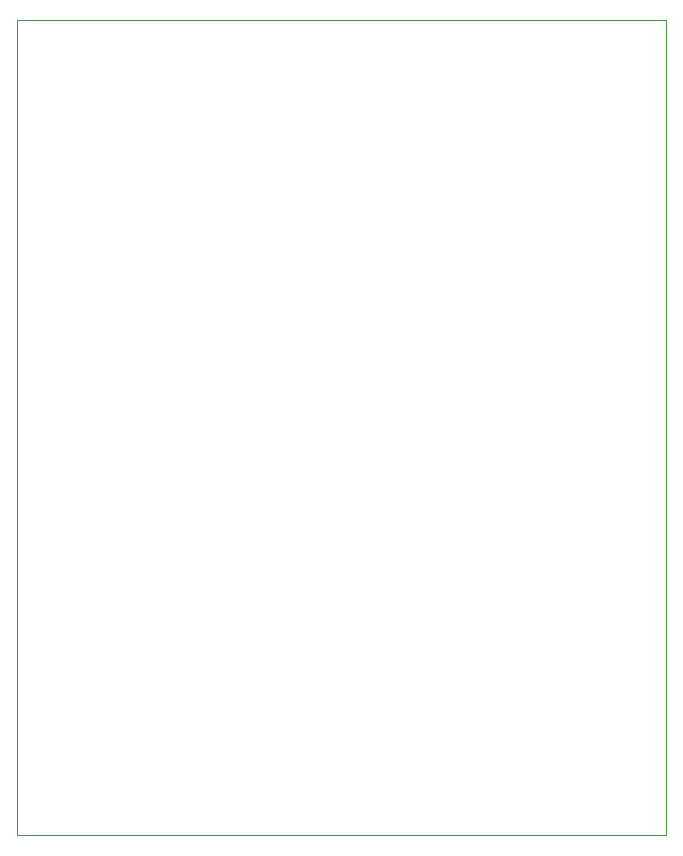
<source format=gtp>
G04 #@! TF.GenerationSoftware,KiCad,Pcbnew,(5.1.9)-1*
G04 #@! TF.CreationDate,2021-08-12T11:56:45-03:00*
G04 #@! TF.ProjectId,Alarma,416c6172-6d61-42e6-9b69-6361645f7063,rev?*
G04 #@! TF.SameCoordinates,Original*
G04 #@! TF.FileFunction,Paste,Top*
G04 #@! TF.FilePolarity,Positive*
%FSLAX46Y46*%
G04 Gerber Fmt 4.6, Leading zero omitted, Abs format (unit mm)*
G04 Created by KiCad (PCBNEW (5.1.9)-1) date 2021-08-12 11:56:45*
%MOMM*%
%LPD*%
G01*
G04 APERTURE LIST*
G04 #@! TA.AperFunction,Profile*
%ADD10C,0.050000*%
G04 #@! TD*
G04 APERTURE END LIST*
D10*
X113000000Y-53000000D02*
X113000000Y-122000000D01*
X168000000Y-122000000D02*
X113000000Y-122000000D01*
X168000000Y-53000000D02*
X168000000Y-122000000D01*
X168000000Y-53000000D02*
X113000000Y-53000000D01*
M02*

</source>
